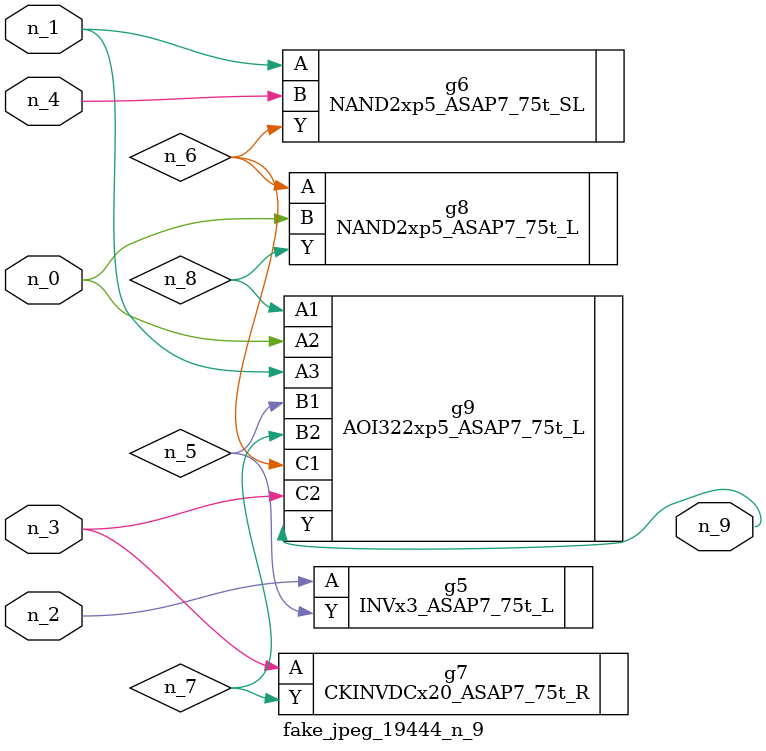
<source format=v>
module fake_jpeg_19444_n_9 (n_3, n_2, n_1, n_0, n_4, n_9);

input n_3;
input n_2;
input n_1;
input n_0;
input n_4;

output n_9;

wire n_8;
wire n_6;
wire n_5;
wire n_7;

INVx3_ASAP7_75t_L g5 ( 
.A(n_2),
.Y(n_5)
);

NAND2xp5_ASAP7_75t_SL g6 ( 
.A(n_1),
.B(n_4),
.Y(n_6)
);

CKINVDCx20_ASAP7_75t_R g7 ( 
.A(n_3),
.Y(n_7)
);

NAND2xp5_ASAP7_75t_L g8 ( 
.A(n_6),
.B(n_0),
.Y(n_8)
);

AOI322xp5_ASAP7_75t_L g9 ( 
.A1(n_8),
.A2(n_0),
.A3(n_1),
.B1(n_5),
.B2(n_7),
.C1(n_6),
.C2(n_3),
.Y(n_9)
);


endmodule
</source>
